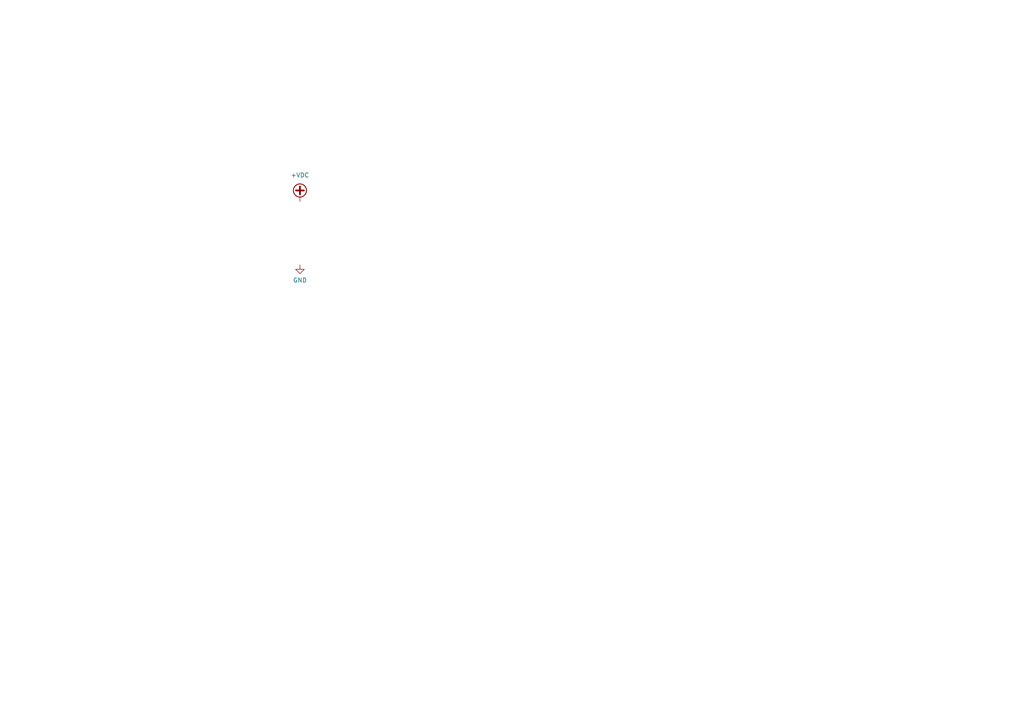
<source format=kicad_sch>
(kicad_sch (version 20211123) (generator eeschema)

  (uuid e63e39d7-6ac0-4ffd-8aa3-1841a4541b55)

  (paper "A4")

  (lib_symbols
    (symbol "power:+VDC" (power) (pin_names (offset 0)) (in_bom yes) (on_board yes)
      (property "Reference" "#PWR" (id 0) (at 0 -2.54 0)
        (effects (font (size 1.27 1.27)) hide)
      )
      (property "Value" "+VDC" (id 1) (at 0 6.35 0)
        (effects (font (size 1.27 1.27)))
      )
      (property "Footprint" "" (id 2) (at 0 0 0)
        (effects (font (size 1.27 1.27)) hide)
      )
      (property "Datasheet" "" (id 3) (at 0 0 0)
        (effects (font (size 1.27 1.27)) hide)
      )
      (property "ki_keywords" "power-flag" (id 4) (at 0 0 0)
        (effects (font (size 1.27 1.27)) hide)
      )
      (property "ki_description" "Power symbol creates a global label with name \"+VDC\"" (id 5) (at 0 0 0)
        (effects (font (size 1.27 1.27)) hide)
      )
      (symbol "+VDC_0_1"
        (polyline
          (pts
            (xy -1.143 3.175)
            (xy 1.143 3.175)
          )
          (stroke (width 0.508) (type default) (color 0 0 0 0))
          (fill (type none))
        )
        (polyline
          (pts
            (xy 0 0)
            (xy 0 1.27)
          )
          (stroke (width 0) (type default) (color 0 0 0 0))
          (fill (type none))
        )
        (polyline
          (pts
            (xy 0 2.032)
            (xy 0 4.318)
          )
          (stroke (width 0.508) (type default) (color 0 0 0 0))
          (fill (type none))
        )
        (circle (center 0 3.175) (radius 1.905)
          (stroke (width 0.254) (type default) (color 0 0 0 0))
          (fill (type none))
        )
      )
      (symbol "+VDC_1_1"
        (pin power_in line (at 0 0 90) (length 0) hide
          (name "+VDC" (effects (font (size 1.27 1.27))))
          (number "1" (effects (font (size 1.27 1.27))))
        )
      )
    )
    (symbol "power:GND" (power) (pin_names (offset 0)) (in_bom yes) (on_board yes)
      (property "Reference" "#PWR" (id 0) (at 0 -6.35 0)
        (effects (font (size 1.27 1.27)) hide)
      )
      (property "Value" "GND" (id 1) (at 0 -3.81 0)
        (effects (font (size 1.27 1.27)))
      )
      (property "Footprint" "" (id 2) (at 0 0 0)
        (effects (font (size 1.27 1.27)) hide)
      )
      (property "Datasheet" "" (id 3) (at 0 0 0)
        (effects (font (size 1.27 1.27)) hide)
      )
      (property "ki_keywords" "power-flag" (id 4) (at 0 0 0)
        (effects (font (size 1.27 1.27)) hide)
      )
      (property "ki_description" "Power symbol creates a global label with name \"GND\" , ground" (id 5) (at 0 0 0)
        (effects (font (size 1.27 1.27)) hide)
      )
      (symbol "GND_0_1"
        (polyline
          (pts
            (xy 0 0)
            (xy 0 -1.27)
            (xy 1.27 -1.27)
            (xy 0 -2.54)
            (xy -1.27 -1.27)
            (xy 0 -1.27)
          )
          (stroke (width 0) (type default) (color 0 0 0 0))
          (fill (type none))
        )
      )
      (symbol "GND_1_1"
        (pin power_in line (at 0 0 270) (length 0) hide
          (name "GND" (effects (font (size 1.27 1.27))))
          (number "1" (effects (font (size 1.27 1.27))))
        )
      )
    )
  )



  (symbol (lib_id "power:GND") (at 86.995 76.835 0) (unit 1)
    (in_bom yes) (on_board yes) (fields_autoplaced)
    (uuid 50ea647a-461d-46d1-a68b-200b7b148900)
    (property "Reference" "#PWR0101" (id 0) (at 86.995 83.185 0)
      (effects (font (size 1.27 1.27)) hide)
    )
    (property "Value" "GND" (id 1) (at 86.995 81.28 0))
    (property "Footprint" "" (id 2) (at 86.995 76.835 0)
      (effects (font (size 1.27 1.27)) hide)
    )
    (property "Datasheet" "" (id 3) (at 86.995 76.835 0)
      (effects (font (size 1.27 1.27)) hide)
    )
    (pin "1" (uuid fa3996ea-58a5-40c8-b8c5-862af4766ad0))
  )

  (symbol (lib_id "power:+VDC") (at 86.995 58.42 0) (unit 1)
    (in_bom yes) (on_board yes) (fields_autoplaced)
    (uuid 768466f2-d1c7-4c48-996f-002567a4d436)
    (property "Reference" "#PWR0102" (id 0) (at 86.995 60.96 0)
      (effects (font (size 1.27 1.27)) hide)
    )
    (property "Value" "+VDC" (id 1) (at 86.995 50.8 0))
    (property "Footprint" "" (id 2) (at 86.995 58.42 0)
      (effects (font (size 1.27 1.27)) hide)
    )
    (property "Datasheet" "" (id 3) (at 86.995 58.42 0)
      (effects (font (size 1.27 1.27)) hide)
    )
    (pin "1" (uuid 48e05e7f-ba29-4099-8a52-08d8822370c0))
  )

  (sheet_instances
    (path "/" (page "1"))
  )

  (symbol_instances
    (path "/50ea647a-461d-46d1-a68b-200b7b148900"
      (reference "#PWR0101") (unit 1) (value "GND") (footprint "")
    )
    (path "/768466f2-d1c7-4c48-996f-002567a4d436"
      (reference "#PWR0102") (unit 1) (value "+VDC") (footprint "")
    )
  )
)

</source>
